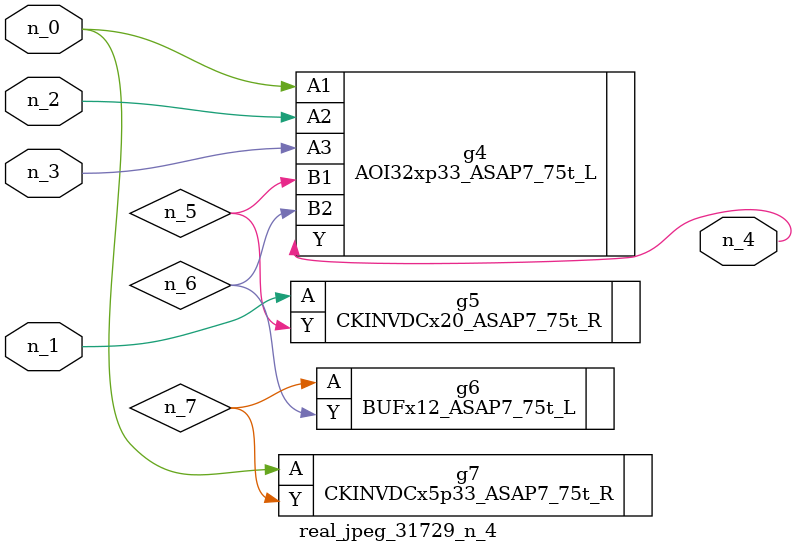
<source format=v>
module real_jpeg_31729_n_4 (n_3, n_1, n_0, n_2, n_4);

input n_3;
input n_1;
input n_0;
input n_2;

output n_4;

wire n_5;
wire n_6;
wire n_7;

AOI32xp33_ASAP7_75t_L g4 ( 
.A1(n_0),
.A2(n_2),
.A3(n_3),
.B1(n_5),
.B2(n_6),
.Y(n_4)
);

CKINVDCx5p33_ASAP7_75t_R g7 ( 
.A(n_0),
.Y(n_7)
);

CKINVDCx20_ASAP7_75t_R g5 ( 
.A(n_1),
.Y(n_5)
);

BUFx12_ASAP7_75t_L g6 ( 
.A(n_7),
.Y(n_6)
);


endmodule
</source>
